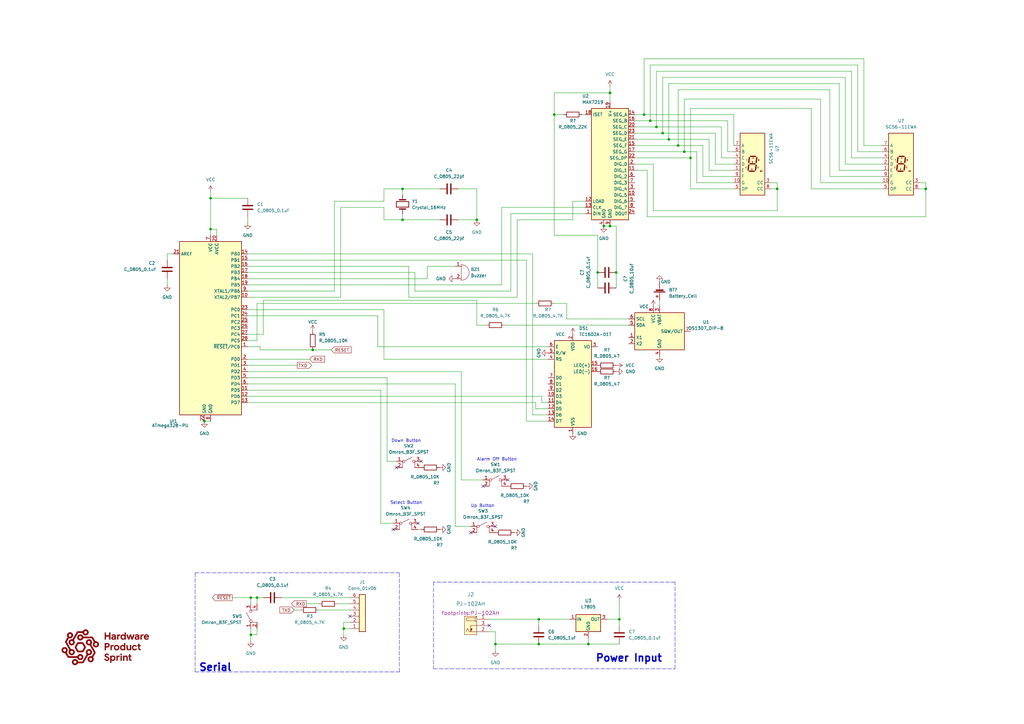
<source format=kicad_sch>
(kicad_sch (version 20211123) (generator eeschema)
  (paper "A3")
  (junction (at 269.24 52.07))
  (junction (at 283.21 64.77))
  (junction (at 318.77 77.47))
  (junction (at 264.16 46.99))
  (junction (at 280.67 62.23))
  (junction (at 83.82 172.72))
  (junction (at 247.65 92.71))
  (junction (at 165.1 90.17))
  (junction (at 227.33 46.99))
  (junction (at 254 254))
  (junction (at 102.87 245.11))
  (junction (at 241.3 264.16))
  (junction (at 278.13 59.69))
  (junction (at 165.1 77.47))
  (junction (at 86.36 81.28))
  (junction (at 105.41 245.11))
  (junction (at 220.98 254))
  (junction (at 245.11 111.76))
  (junction (at 250.19 92.71))
  (junction (at 128.27 143.51))
  (junction (at 140.97 257.81))
  (junction (at 220.98 264.16))
  (junction (at 86.36 93.98))
  (junction (at 252.73 111.76))
  (junction (at 195.58 90.17))
  (junction (at 266.7 49.53))
  (junction (at 250.19 38.1))
  (junction (at 271.78 54.61))
  (junction (at 379.73 77.47))
  (junction (at 274.32 57.15))
  (junction (at 102.87 260.35))
  (junction (at 203.2 264.16))
  (no_connect (at 161.29 217.17))
  (no_connect (at 162.56 191.77))
  (no_connect (at 200.66 256.54))
  (no_connect (at 193.04 218.44))
  (no_connect (at 172.72 189.23))
  (no_connect (at 198.12 199.39))
  (no_connect (at 203.2 215.9))
  (no_connect (at 171.45 214.63))
  (no_connect (at 208.28 196.85))
  (no_connect (at 143.51 252.73))
  (wire (pts (xy 205.74 85.09) (xy 240.03 85.09)))
  (wire (pts (xy 274.32 57.15) (xy 260.35 57.15)))
  (wire (pts (xy 218.44 170.18) (xy 224.79 170.18)))
  (wire (pts (xy 203.2 264.16) (xy 203.2 266.7)))
  (wire (pts (xy 101.6 109.22) (xy 167.64 109.22)))
  (wire (pts (xy 143.51 257.81) (xy 140.97 257.81)))
  (wire (pts (xy 351.79 62.23) (xy 351.79 26.67)))
  (wire (pts (xy 354.33 59.69) (xy 354.33 24.13)))
  (wire (pts (xy 170.18 119.38) (xy 209.55 119.38)))
  (wire (pts (xy 101.6 114.3) (xy 175.26 114.3)))
  (wire (pts (xy 101.6 129.54) (xy 154.94 129.54)))
  (wire (pts (xy 139.7 85.09) (xy 139.7 121.92)))
  (wire (pts (xy 318.77 77.47) (xy 316.23 77.47)))
  (wire (pts (xy 101.6 165.1) (xy 219.71 165.1)))
  (wire (pts (xy 130.81 250.19) (xy 143.51 250.19)))
  (wire (pts (xy 290.83 69.85) (xy 300.99 69.85)))
  (wire (pts (xy 379.73 77.47) (xy 379.73 88.9)))
  (wire (pts (xy 140.97 255.27) (xy 140.97 257.81)))
  (wire (pts (xy 212.09 90.17) (xy 234.95 90.17)))
  (wire (pts (xy 260.35 52.07) (xy 269.24 52.07)))
  (wire (pts (xy 157.48 90.17) (xy 165.1 90.17)))
  (wire (pts (xy 101.6 160.02) (xy 156.21 160.02)))
  (polyline (pts (xy 80.01 234.95) (xy 163.83 234.95)))
  (wire (pts (xy 260.35 67.31) (xy 267.97 67.31)))
  (polyline (pts (xy 276.86 274.32) (xy 276.86 238.76)))
  (wire (pts (xy 215.9 172.72) (xy 224.79 172.72)))
  (wire (pts (xy 157.48 147.32) (xy 224.79 147.32)))
  (wire (pts (xy 254 254) (xy 248.92 254)))
  (wire (pts (xy 186.69 157.48) (xy 186.69 215.9)))
  (wire (pts (xy 200.66 254) (xy 220.98 254)))
  (wire (pts (xy 241.3 261.62) (xy 241.3 264.16)))
  (wire (pts (xy 105.41 257.81) (xy 105.41 260.35)))
  (polyline (pts (xy 177.8 238.76) (xy 177.8 274.32)))
  (wire (pts (xy 170.18 111.76) (xy 170.18 119.38)))
  (wire (pts (xy 250.19 35.56) (xy 250.19 38.1)))
  (wire (pts (xy 101.6 149.86) (xy 121.92 149.86)))
  (wire (pts (xy 336.55 40.64) (xy 280.67 40.64)))
  (wire (pts (xy 115.57 245.11) (xy 143.51 245.11)))
  (wire (pts (xy 189.23 152.4) (xy 189.23 196.85)))
  (wire (pts (xy 278.13 59.69) (xy 260.35 59.69)))
  (wire (pts (xy 165.1 90.17) (xy 180.34 90.17)))
  (wire (pts (xy 101.6 142.24) (xy 106.68 142.24)))
  (wire (pts (xy 156.21 160.02) (xy 156.21 214.63)))
  (wire (pts (xy 101.6 88.9) (xy 101.6 91.44)))
  (wire (pts (xy 105.41 245.11) (xy 107.95 245.11)))
  (wire (pts (xy 175.26 109.22) (xy 186.69 109.22)))
  (wire (pts (xy 265.43 88.9) (xy 379.73 88.9)))
  (wire (pts (xy 86.36 81.28) (xy 101.6 81.28)))
  (wire (pts (xy 361.95 69.85) (xy 344.17 69.85)))
  (wire (pts (xy 101.6 152.4) (xy 189.23 152.4)))
  (wire (pts (xy 340.36 36.83) (xy 278.13 36.83)))
  (wire (pts (xy 203.2 259.08) (xy 203.2 264.16)))
  (wire (pts (xy 105.41 124.46) (xy 219.71 124.46)))
  (wire (pts (xy 346.71 67.31) (xy 346.71 31.75)))
  (wire (pts (xy 102.87 245.11) (xy 105.41 245.11)))
  (wire (pts (xy 101.6 119.38) (xy 137.16 119.38)))
  (wire (pts (xy 195.58 123.19) (xy 195.58 133.35)))
  (wire (pts (xy 232.41 124.46) (xy 232.41 130.81)))
  (wire (pts (xy 101.6 116.84) (xy 205.74 116.84)))
  (wire (pts (xy 245.11 111.76) (xy 245.11 118.11)))
  (wire (pts (xy 361.95 77.47) (xy 332.74 77.47)))
  (wire (pts (xy 209.55 119.38) (xy 209.55 87.63)))
  (wire (pts (xy 318.77 86.36) (xy 267.97 86.36)))
  (wire (pts (xy 139.7 85.09) (xy 157.48 85.09)))
  (wire (pts (xy 205.74 116.84) (xy 205.74 85.09)))
  (wire (pts (xy 241.3 264.16) (xy 220.98 264.16)))
  (wire (pts (xy 207.01 133.35) (xy 257.81 133.35)))
  (wire (pts (xy 288.29 72.39) (xy 300.99 72.39)))
  (wire (pts (xy 105.41 247.65) (xy 105.41 245.11)))
  (wire (pts (xy 354.33 24.13) (xy 264.16 24.13)))
  (wire (pts (xy 157.48 77.47) (xy 165.1 77.47)))
  (wire (pts (xy 250.19 92.71) (xy 247.65 92.71)))
  (wire (pts (xy 106.68 143.51) (xy 128.27 143.51)))
  (wire (pts (xy 270.51 123.19) (xy 270.51 125.73)))
  (wire (pts (xy 283.21 77.47) (xy 283.21 64.77)))
  (wire (pts (xy 227.33 124.46) (xy 232.41 124.46)))
  (wire (pts (xy 300.99 77.47) (xy 283.21 77.47)))
  (wire (pts (xy 232.41 130.81) (xy 257.81 130.81)))
  (wire (pts (xy 165.1 87.63) (xy 165.1 90.17)))
  (wire (pts (xy 361.95 67.31) (xy 346.71 67.31)))
  (wire (pts (xy 212.09 121.92) (xy 212.09 90.17)))
  (wire (pts (xy 252.73 92.71) (xy 250.19 92.71)))
  (wire (pts (xy 220.98 254) (xy 233.68 254)))
  (polyline (pts (xy 163.83 275.59) (xy 163.83 234.95)))
  (wire (pts (xy 209.55 87.63) (xy 240.03 87.63)))
  (wire (pts (xy 158.75 189.23) (xy 162.56 189.23)))
  (wire (pts (xy 102.87 260.35) (xy 102.87 262.89)))
  (wire (pts (xy 107.95 137.16) (xy 107.95 123.19)))
  (wire (pts (xy 300.99 62.23) (xy 298.45 62.23)))
  (wire (pts (xy 106.68 142.24) (xy 106.68 143.51)))
  (wire (pts (xy 86.36 93.98) (xy 86.36 96.52)))
  (wire (pts (xy 157.48 77.47) (xy 157.48 82.55)))
  (wire (pts (xy 157.48 85.09) (xy 157.48 90.17)))
  (wire (pts (xy 68.58 104.14) (xy 68.58 106.68)))
  (wire (pts (xy 300.99 46.99) (xy 264.16 46.99)))
  (wire (pts (xy 105.41 139.7) (xy 105.41 124.46)))
  (wire (pts (xy 137.16 82.55) (xy 157.48 82.55)))
  (wire (pts (xy 295.91 64.77) (xy 295.91 52.07)))
  (wire (pts (xy 361.95 64.77) (xy 349.25 64.77)))
  (wire (pts (xy 107.95 123.19) (xy 195.58 123.19)))
  (wire (pts (xy 218.44 104.14) (xy 218.44 170.18)))
  (wire (pts (xy 300.99 64.77) (xy 295.91 64.77)))
  (wire (pts (xy 267.97 67.31) (xy 267.97 86.36)))
  (wire (pts (xy 120.65 250.19) (xy 123.19 250.19)))
  (wire (pts (xy 83.82 172.72) (xy 86.36 172.72)))
  (wire (pts (xy 165.1 80.01) (xy 165.1 77.47)))
  (wire (pts (xy 332.74 44.45) (xy 283.21 44.45)))
  (wire (pts (xy 346.71 31.75) (xy 271.78 31.75)))
  (wire (pts (xy 316.23 74.93) (xy 318.77 74.93)))
  (wire (pts (xy 269.24 29.21) (xy 269.24 52.07)))
  (wire (pts (xy 336.55 74.93) (xy 336.55 40.64)))
  (wire (pts (xy 377.19 74.93) (xy 379.73 74.93)))
  (wire (pts (xy 288.29 72.39) (xy 288.29 59.69)))
  (wire (pts (xy 264.16 24.13) (xy 264.16 46.99)))
  (wire (pts (xy 274.32 34.29) (xy 274.32 57.15)))
  (wire (pts (xy 288.29 59.69) (xy 278.13 59.69)))
  (wire (pts (xy 195.58 77.47) (xy 195.58 90.17)))
  (wire (pts (xy 332.74 77.47) (xy 332.74 44.45)))
  (wire (pts (xy 154.94 129.54) (xy 154.94 142.24)))
  (wire (pts (xy 101.6 137.16) (xy 107.95 137.16)))
  (wire (pts (xy 252.73 111.76) (xy 252.73 92.71)))
  (wire (pts (xy 254 246.38) (xy 254 254)))
  (wire (pts (xy 195.58 133.35) (xy 199.39 133.35)))
  (wire (pts (xy 245.11 96.52) (xy 227.33 96.52)))
  (wire (pts (xy 157.48 127) (xy 157.48 147.32)))
  (wire (pts (xy 101.6 127) (xy 157.48 127)))
  (wire (pts (xy 101.6 121.92) (xy 139.7 121.92)))
  (wire (pts (xy 167.64 109.22) (xy 167.64 121.92)))
  (wire (pts (xy 156.21 214.63) (xy 161.29 214.63)))
  (wire (pts (xy 318.77 77.47) (xy 318.77 86.36)))
  (wire (pts (xy 128.27 143.51) (xy 135.89 143.51)))
  (wire (pts (xy 158.75 154.94) (xy 158.75 189.23)))
  (wire (pts (xy 186.69 215.9) (xy 193.04 215.9)))
  (wire (pts (xy 238.76 46.99) (xy 240.03 46.99)))
  (wire (pts (xy 171.45 217.17) (xy 172.72 217.17)))
  (wire (pts (xy 219.71 165.1) (xy 219.71 167.64)))
  (wire (pts (xy 265.43 69.85) (xy 265.43 88.9)))
  (wire (pts (xy 283.21 64.77) (xy 260.35 64.77)))
  (wire (pts (xy 241.3 264.16) (xy 254 264.16)))
  (wire (pts (xy 280.67 62.23) (xy 260.35 62.23)))
  (wire (pts (xy 298.45 49.53) (xy 266.7 49.53)))
  (wire (pts (xy 344.17 34.29) (xy 274.32 34.29)))
  (wire (pts (xy 293.37 67.31) (xy 300.99 67.31)))
  (wire (pts (xy 86.36 93.98) (xy 88.9 93.98)))
  (wire (pts (xy 361.95 59.69) (xy 354.33 59.69)))
  (wire (pts (xy 86.36 81.28) (xy 86.36 93.98)))
  (wire (pts (xy 86.36 78.74) (xy 86.36 81.28)))
  (wire (pts (xy 361.95 72.39) (xy 340.36 72.39)))
  (wire (pts (xy 101.6 111.76) (xy 170.18 111.76)))
  (wire (pts (xy 349.25 29.21) (xy 269.24 29.21)))
  (wire (pts (xy 105.41 260.35) (xy 102.87 260.35)))
  (wire (pts (xy 200.66 259.08) (xy 203.2 259.08)))
  (wire (pts (xy 234.95 90.17) (xy 234.95 82.55)))
  (wire (pts (xy 245.11 96.52) (xy 245.11 111.76)))
  (wire (pts (xy 101.6 104.14) (xy 218.44 104.14)))
  (wire (pts (xy 102.87 257.81) (xy 102.87 260.35)))
  (wire (pts (xy 138.43 247.65) (xy 143.51 247.65)))
  (wire (pts (xy 222.25 165.1) (xy 224.79 165.1)))
  (wire (pts (xy 101.6 162.56) (xy 222.25 162.56)))
  (wire (pts (xy 101.6 106.68) (xy 215.9 106.68)))
  (wire (pts (xy 285.75 62.23) (xy 280.67 62.23)))
  (wire (pts (xy 298.45 62.23) (xy 298.45 49.53)))
  (wire (pts (xy 167.64 121.92) (xy 212.09 121.92)))
  (wire (pts (xy 165.1 77.47) (xy 180.34 77.47)))
  (wire (pts (xy 101.6 139.7) (xy 105.41 139.7)))
  (wire (pts (xy 252.73 118.11) (xy 252.73 111.76)))
  (wire (pts (xy 88.9 96.52) (xy 88.9 93.98)))
  (wire (pts (xy 102.87 245.11) (xy 95.25 245.11)))
  (wire (pts (xy 293.37 54.61) (xy 271.78 54.61)))
  (wire (pts (xy 250.19 38.1) (xy 250.19 41.91)))
  (wire (pts (xy 340.36 72.39) (xy 340.36 36.83)))
  (wire (pts (xy 264.16 46.99) (xy 260.35 46.99)))
  (wire (pts (xy 143.51 255.27) (xy 140.97 255.27)))
  (wire (pts (xy 361.95 74.93) (xy 336.55 74.93)))
  (wire (pts (xy 280.67 40.64) (xy 280.67 62.23)))
  (wire (pts (xy 351.79 26.67) (xy 266.7 26.67)))
  (wire (pts (xy 154.94 142.24) (xy 224.79 142.24)))
  (wire (pts (xy 318.77 74.93) (xy 318.77 77.47)))
  (wire (pts (xy 295.91 52.07) (xy 269.24 52.07)))
  (wire (pts (xy 215.9 106.68) (xy 215.9 172.72)))
  (wire (pts (xy 227.33 38.1) (xy 250.19 38.1)))
  (wire (pts (xy 140.97 257.81) (xy 140.97 260.35)))
  (wire (pts (xy 189.23 196.85) (xy 198.12 196.85)))
  (wire (pts (xy 234.95 82.55) (xy 240.03 82.55)))
  (wire (pts (xy 266.7 26.67) (xy 266.7 49.53)))
  (wire (pts (xy 290.83 57.15) (xy 274.32 57.15)))
  (wire (pts (xy 68.58 114.3) (xy 68.58 116.84)))
  (wire (pts (xy 260.35 69.85) (xy 265.43 69.85)))
  (polyline (pts (xy 177.8 274.32) (xy 276.86 274.32)))
  (wire (pts (xy 271.78 54.61) (xy 260.35 54.61)))
  (wire (pts (xy 127 147.32) (xy 101.6 147.32)))
  (polyline (pts (xy 276.86 238.76) (xy 177.8 238.76)))
  (polyline (pts (xy 80.01 275.59) (xy 163.83 275.59)))
  (wire (pts (xy 285.75 74.93) (xy 285.75 62.23)))
  (wire (pts (xy 220.98 254) (xy 220.98 256.54)))
  (wire (pts (xy 125.73 247.65) (xy 130.81 247.65)))
  (polyline (pts (xy 80.01 234.95) (xy 80.01 275.59)))
  (wire (pts (xy 219.71 167.64) (xy 224.79 167.64)))
  (wire (pts (xy 379.73 77.47) (xy 377.19 77.47)))
  (wire (pts (xy 102.87 247.65) (xy 102.87 245.11)))
  (wire (pts (xy 283.21 44.45) (xy 283.21 64.77)))
  (wire (pts (xy 222.25 162.56) (xy 222.25 165.1)))
  (wire (pts (xy 137.16 119.38) (xy 137.16 82.55)))
  (wire (pts (xy 361.95 62.23) (xy 351.79 62.23)))
  (wire (pts (xy 379.73 74.93) (xy 379.73 77.47)))
  (wire (pts (xy 278.13 36.83) (xy 278.13 59.69)))
  (wire (pts (xy 344.17 69.85) (xy 344.17 34.29)))
  (wire (pts (xy 187.96 90.17) (xy 195.58 90.17)))
  (wire (pts (xy 293.37 67.31) (xy 293.37 54.61)))
  (wire (pts (xy 254 256.54) (xy 254 254)))
  (wire (pts (xy 227.33 46.99) (xy 231.14 46.99)))
  (wire (pts (xy 227.33 96.52) (xy 227.33 46.99)))
  (wire (pts (xy 285.75 74.93) (xy 300.99 74.93)))
  (wire (pts (xy 187.96 77.47) (xy 195.58 77.47)))
  (wire (pts (xy 203.2 264.16) (xy 220.98 264.16)))
  (wire (pts (xy 101.6 154.94) (xy 158.75 154.94)))
  (wire (pts (xy 349.25 64.77) (xy 349.25 29.21)))
  (wire (pts (xy 68.58 104.14) (xy 71.12 104.14)))
  (wire (pts (xy 175.26 114.3) (xy 175.26 109.22)))
  (wire (pts (xy 101.6 157.48) (xy 186.69 157.48)))
  (wire (pts (xy 227.33 46.99) (xy 227.33 38.1)))
  (wire (pts (xy 290.83 69.85) (xy 290.83 57.15)))
  (wire (pts (xy 271.78 31.75) (xy 271.78 54.61)))
  (wire (pts (xy 300.99 59.69) (xy 300.99 46.99)))
  (wire (pts (xy 266.7 49.53) (xy 260.35 49.53)))
  (text "Down Button\n" (at 172.72 181.61 180) (effects (font (size 1.27 1.27)) (justify right bottom)))
  (text "Select Button" (at 160.02 207.01 0) (effects (font (size 1.27 1.27)) (justify left bottom)))
  (text "Power Input" (at 271.78 271.78 180) (effects (font (size 3 3) bold) (justify right bottom)))
  (text "Serial" (at 95.25 275.59 180) (effects (font (size 3 3) (thickness 0.6) bold) (justify right bottom)))
  (text "Alarm Off Button" (at 195.58 189.23 0) (effects (font (size 1.27 1.27)) (justify left bottom)))
  (text "Up Button" (at 193.04 208.28 0) (effects (font (size 1.27 1.27)) (justify left bottom)))
  (global_label "RXD" (shape output) (at 125.73 247.65 180) (property "Intersheet References" "${INTERSHEET_REFS}" (effects hide)))
  (global_label "RXD" (shape input) (at 127 147.32 0) (property "Intersheet References" "${INTERSHEET_REFS}" (effects hide)))
  (global_label "RESET" (shape input) (at 135.89 143.51 0) (property "Intersheet References" "${INTERSHEET_REFS}" (effects hide)))
  (global_label "~{RESET}" (shape output) (at 95.25 245.11 180) (property "Intersheet References" "${INTERSHEET_REFS}" (effects hide)))
  (global_label "TXD" (shape input) (at 120.65 250.19 180) (property "Intersheet References" "${INTERSHEET_REFS}" (effects hide)))
  (global_label "TXD" (shape output) (at 121.92 149.86 0) (property "Intersheet References" "${INTERSHEET_REFS}" (effects hide)))
  (symbol (lib_id "HPS:Battery_Cell") (at 270.51 118.11 180) (unit 1)
    (property "Reference" "BT?" (at 274.32 118.8719 0) (effects (justify right)))
    (property "Value" "Battery_Cell" (at 274.32 121.4119 0) (effects (justify right)))
    (property "Footprint" "footprints:BatteryHolder_Keystone_106_1x20mm" (effects hide))
    (property "Datasheet" "https://media.digikey.com/pdf/Data%20Sheets/Memory%20Protection%20PDFs/Coin_Cell_Guide.pdf" (effects hide))
    (property "MFG" "MPD (Memory Protection Devices)" (effects hide))
    (property "MPN" "BS-7" (effects hide))
    (property "Digikey PN" "BS-7-ND" (effects hide))
    (property "Mouser PN" "N/A" (effects hide))
  )
  (symbol (lib_id "HPS:GND") (at 68.58 116.84 0) (unit 1)
    (property "Reference" "#PWR018" (effects hide))
    (property "Value" "GND" (at 68.58 121.92 0))
  )
  (symbol (lib_id "HPS:VCC") (at 250.19 35.56 0) (unit 1)
    (property "Reference" "#PWR?" (effects hide))
    (property "Value" "VCC" (at 250.19 30.48 0))
  )
  (symbol (lib_id "HPS:R_0805_10K") (at 176.53 191.77 90) (unit 1)
    (property "Reference" "R?" (at 180.34 198.12 90) (effects (justify left)))
    (property "Value" "R_0805_10K" (at 180.34 195.58 90) (effects (justify left)))
    (property "Footprint" "footprints:R_0805_2012Metric" (effects hide))
    (property "Datasheet" "https://www.digikey.com/en/products/detail/yageo/RC0805FR-0710KL/727535" (effects hide))
    (property "MFG" "Yageo" (effects hide))
    (property "MPN" "RC0805FR-0710KL" (effects hide))
    (property "Digikey PN" "311-10.0KCRCT-ND" (effects hide))
    (property "Mouser PN" "N/A" (effects hide))
    (property "Power" "N/A" (effects hide))
    (property "Tolerance" "N/A" (effects hide))
  )
  (symbol (lib_id "HPS:DS1307_DIP-8") (at 270.51 135.89 0) (unit 1)
    (property "Reference" "U1" (at 289.56 132.08 0))
    (property "Value" "DS1307_DIP-8" (at 289.56 134.62 0))
    (property "Footprint" "footprints:DIP-8_W7.62mm" (effects hide))
    (property "Datasheet" "https://datasheets.maximintegrated.com/en/ds/DS1307.pdf" (effects hide))
    (property "MFG" "Assmann WSW Components" (effects hide))
    (property "MPN" "A 08-LC-TT" (effects hide))
    (property "Digikey PN" "AE9986-ND" (effects hide))
    (property "Mouser PN" "N/A" (effects hide))
  )
  (symbol (lib_id "HPS:R_0805_4.7K") (at 134.62 247.65 90) (unit 1)
    (property "Reference" "R4" (at 134.62 241.3 90))
    (property "Value" "R_0805_4.7K" (at 134.62 243.84 90))
    (property "Footprint" "footprints:R_0805_2012Metric" (effects hide))
    (property "Datasheet" "https://www.digikey.com/en/products/detail/yageo/RC0805FR-074K7L/727929" (effects hide))
    (property "MFG" "Yageo" (effects hide))
    (property "MPN" "RC0805FR-074K7L" (effects hide))
    (property "Digikey PN" "311-4.70KCRCT-ND" (effects hide))
    (property "Mouser PN" "N/A" (effects hide))
    (property "Power" "N/A" (effects hide))
    (property "Tolerance" "N/A" (effects hide))
  )
  (symbol (lib_id "HPS_3:Omron_B3F_SPST") (at 198.12 215.9 0) (unit 1)
    (property "Reference" "SW3" (at 198.12 209.55 0))
    (property "Value" "Omron_B3F_SPST" (at 198.12 212.09 0))
    (property "Footprint" "footprints:SW_SPST_Omron_B3FS-100xP" (effects hide))
    (property "Datasheet" "https://omronfs.omron.com/en_US/ecb/products/pdf/en-b3fs.pdf" (effects hide))
    (property "MFG" "Omron Electronics Inc-EMC Div" (effects hide))
    (property "MPN" "B3FS-1000P" (effects hide))
    (property "Digikey PN" "SW423CT-ND" (effects hide))
    (property "Mouser PN" "N/A" (effects hide))
  )
  (symbol (lib_id "HPS:GND") (at 270.51 115.57 180) (unit 1)
    (property "Reference" "#PWR025" (effects hide))
    (property "Value" "GND" (at 273.05 115.57 0))
  )
  (symbol (lib_id "HPS:GND") (at 186.69 114.3 270) (unit 1)
    (property "Reference" "#PWR04" (effects hide))
    (property "Value" "GND" (at 182.88 114.2999 90) (effects (justify right)))
  )
  (symbol (lib_id "HPS_3:Omron_B3F_SPST") (at 203.2 196.85 0) (unit 1)
    (property "Reference" "SW1" (at 203.2 190.5 0))
    (property "Value" "Omron_B3F_SPST" (at 203.2 193.04 0))
    (property "Footprint" "footprints:SW_SPST_Omron_B3FS-100xP" (effects hide))
    (property "Datasheet" "https://omronfs.omron.com/en_US/ecb/products/pdf/en-b3fs.pdf" (effects hide))
    (property "MFG" "Omron Electronics Inc-EMC Div" (effects hide))
    (property "MPN" "B3FS-1000P" (effects hide))
    (property "Digikey PN" "SW423CT-ND" (effects hide))
    (property "Mouser PN" "N/A" (effects hide))
  )
  (symbol (lib_id "HPS:GND") (at 224.79 144.78 270) (unit 1)
    (property "Reference" "#PWR09" (effects hide))
    (property "Value" "GND" (at 220.98 144.78 0))
  )
  (symbol (lib_id "HPS:GND") (at 247.65 92.71 0) (unit 1)
    (property "Reference" "#PWR?" (effects hide))
    (property "Value" "GND" (at 247.65 97.79 0))
  )
  (symbol (lib_id "HPS:R_0805_22K") (at 234.95 46.99 270) (unit 1)
    (property "Reference" "R?" (at 234.95 49.53 90))
    (property "Value" "R_0805_22K" (at 234.95 52.07 90))
    (property "Footprint" "footprints:R_0805_2012Metric" (effects hide))
    (property "Datasheet" "https://www.digikey.com/en/products/detail/yageo/RC0805FR-0722KL/727736" (effects hide))
    (property "MFG" "Yageo" (effects hide))
    (property "MPN" "RC0805FR-0722KL" (effects hide))
    (property "Digikey PN" "311-22.0KCRCT-ND" (effects hide))
    (property "Mouser PN" "N/A" (effects hide))
    (property "Power" "N/A" (effects hide))
    (property "Tolerance" "N/A" (effects hide))
  )
  (symbol (lib_id "HPS:R_0805_4.7K") (at 127 250.19 270) (mirror x) (unit 1)
    (property "Reference" "R3" (at 127 252.73 90))
    (property "Value" "R_0805_4.7K" (at 127 255.27 90))
    (property "Footprint" "footprints:R_0805_2012Metric" (effects hide))
    (property "Datasheet" "https://www.digikey.com/en/products/detail/yageo/RC0805FR-074K7L/727929" (effects hide))
    (property "MFG" "Yageo" (effects hide))
    (property "MPN" "RC0805FR-074K7L" (effects hide))
    (property "Digikey PN" "311-4.70KCRCT-ND" (effects hide))
    (property "Mouser PN" "N/A" (effects hide))
    (property "Power" "N/A" (effects hide))
    (property "Tolerance" "N/A" (effects hide))
  )
  (symbol (lib_id "HPS:R_0805_10K") (at 212.09 199.39 90) (unit 1)
    (property "Reference" "R?" (at 217.17 205.74 90) (effects (justify left)))
    (property "Value" "R_0805_10K" (at 217.17 203.2 90) (effects (justify left)))
    (property "Footprint" "footprints:R_0805_2012Metric" (effects hide))
    (property "Datasheet" "https://www.digikey.com/en/products/detail/yageo/RC0805FR-0710KL/727535" (effects hide))
    (property "MFG" "Yageo" (effects hide))
    (property "MPN" "RC0805FR-0710KL" (effects hide))
    (property "Digikey PN" "311-10.0KCRCT-ND" (effects hide))
    (property "Mouser PN" "N/A" (effects hide))
    (property "Power" "N/A" (effects hide))
    (property "Tolerance" "N/A" (effects hide))
  )
  (symbol (lib_id "HPS:GND") (at 252.73 152.4 90) (unit 1)
    (property "Reference" "#PWR015" (effects hide))
    (property "Value" "GND" (at 256.54 152.3999 90) (effects (justify right)))
  )
  (symbol (lib_id "HPS:C_0805_0.1uf") (at 111.76 245.11 90) (unit 1)
    (property "Reference" "C3" (at 111.76 237.49 90))
    (property "Value" "C_0805_0.1uf" (at 111.76 240.03 90))
    (property "Footprint" "footprints:C_0805_2012Metric" (effects hide))
    (property "Datasheet" "https://datasheets.avx.com/X7RDielectric.pdf" (effects hide))
    (property "MFG" "AVX Corporation" (effects hide))
    (property "MPN" "08055C104KAT2A" (effects hide))
    (property "Digikey PN" "478-1395-1-ND" (effects hide))
    (property "Mouser PN" "N/A" (effects hide))
    (property "Voltage" "N/A" (effects hide))
    (property "Dielectric" "N/A" (effects hide))
    (property "Tolerance" "N/A" (effects hide))
  )
  (symbol (lib_id "HPS_3:Omron_B3F_SPST") (at 166.37 214.63 0) (unit 1)
    (property "Reference" "SW4" (at 166.37 208.28 0))
    (property "Value" "Omron_B3F_SPST" (at 166.37 210.82 0))
    (property "Footprint" "footprints:SW_SPST_Omron_B3FS-100xP" (effects hide))
    (property "Datasheet" "https://omronfs.omron.com/en_US/ecb/products/pdf/en-b3fs.pdf" (effects hide))
    (property "MFG" "Omron Electronics Inc-EMC Div" (effects hide))
    (property "MPN" "B3FS-1000P" (effects hide))
    (property "Digikey PN" "SW423CT-ND" (effects hide))
    (property "Mouser PN" "N/A" (effects hide))
  )
  (symbol (lib_id "HPS:VCC") (at 234.95 137.16 0) (unit 1)
    (property "Reference" "#PWR010" (effects hide))
    (property "Value" "VCC" (at 229.87 137.16 0))
  )
  (symbol (lib_id "HPS:C_0805_0.1uf") (at 101.6 85.09 0) (unit 1)
    (property "Reference" "C1" (at 105.41 83.8199 0) (effects (justify left)))
    (property "Value" "C_0805_0.1uf" (at 105.41 86.3599 0) (effects (justify left)))
    (property "Footprint" "footprints:C_0805_2012Metric" (effects hide))
    (property "Datasheet" "https://datasheets.avx.com/X7RDielectric.pdf" (effects hide))
    (property "MFG" "AVX Corporation" (effects hide))
    (property "MPN" "08055C104KAT2A" (effects hide))
    (property "Digikey PN" "478-1395-1-ND" (effects hide))
    (property "Mouser PN" "N/A" (effects hide))
    (property "Voltage" "N/A" (effects hide))
    (property "Dielectric" "N/A" (effects hide))
    (property "Tolerance" "N/A" (effects hide))
  )
  (symbol (lib_id "HPS:C_0805_0.1uf") (at 254 260.35 0) (unit 1)
    (property "Reference" "C7" (at 257.81 259.0799 0) (effects (justify left)))
    (property "Value" "C_0805_0.1uf" (at 257.81 261.6199 0) (effects (justify left)))
    (property "Footprint" "footprints:C_0805_2012Metric" (effects hide))
    (property "Datasheet" "https://datasheets.avx.com/X7RDielectric.pdf" (effects hide))
    (property "MFG" "AVX Corporation" (effects hide))
    (property "MPN" "08055C104KAT2A" (effects hide))
    (property "Digikey PN" "478-1395-1-ND" (effects hide))
    (property "Mouser PN" "N/A" (effects hide))
    (property "Voltage" "N/A" (effects hide))
    (property "Dielectric" "N/A" (effects hide))
    (property "Tolerance" "N/A" (effects hide))
  )
  (symbol (lib_id "HPS:VCC") (at 86.36 78.74 0) (unit 1)
    (property "Reference" "#PWR02" (effects hide))
    (property "Value" "VCC" (at 86.36 73.66 0))
  )
  (symbol (lib_id "HPS:GND") (at 180.34 191.77 90) (unit 1)
    (property "Reference" "#PWR06" (effects hide))
    (property "Value" "GND" (at 184.15 191.77 0))
  )
  (symbol (lib_id "HPS:VCC") (at 128.27 135.89 0) (unit 1)
    (property "Reference" "#PWR021" (effects hide))
    (property "Value" "VCC" (at 128.27 132.08 0))
  )
  (symbol (lib_id "HPS:PJ-102AH") (at 195.58 256.54 0) (unit 1)
    (property "Reference" "J2" (at 193.04 243.84 0) (effects (font (size 1.524 1.524))))
    (property "Value" "PJ-102AH" (at 193.04 247.65 0) (effects (font (size 1.524 1.524))))
    (property "Footprint" "footprints:PJ-102AH" (at 193.04 251.46 0) (effects (font (size 1.524 1.524))))
    (property "Datasheet" "https://www.cuidevices.com/product/resource/pj-102ah.pdf" (effects hide))
    (property "MFG" "CUI Devices" (effects hide))
    (property "MPN" "PJ-102AH" (effects hide))
    (property "Digikey PN" "CP-102AH-ND" (effects hide))
    (property "Mouser PN" "490-PJ-102AH" (effects hide))
  )
  (symbol (lib_id "HPS:GND") (at 270.51 146.05 0) (unit 1)
    (property "Reference" "#PWR017" (effects hide))
    (property "Value" "GND" (at 270.51 151.13 0))
  )
  (symbol (lib_id "HPS:MAX7219") (at 250.19 67.31 0) (unit 1)
    (property "Reference" "U2" (at 238.76 39.37 0) (effects (justify left)))
    (property "Value" "MAX7219" (at 238.76 41.91 0) (effects (justify left)))
    (property "Footprint" "footprints:DIP-24_W7.62mm" (effects hide))
    (property "Datasheet" "https://datasheets.maximintegrated.com/en/ds/MAX7219-MAX7221.pdf" (effects hide))
    (property "MFG" "On Shore Technology Inc." (effects hide))
    (property "MPN" "ED241DT" (effects hide))
    (property "Digikey PN" "ED3049-5-ND" (effects hide))
    (property "Mouser PN" "N/A" (effects hide))
  )
  (symbol (lib_id "HPS:R_0805_4.7K") (at 223.52 124.46 90) (unit 1)
    (property "Reference" "R7" (at 224.79 127 90))
    (property "Value" "R_0805_4.7K" (at 224.79 129.54 90))
    (property "Footprint" "footprints:R_0805_2012Metric" (effects hide))
    (property "Datasheet" "https://www.digikey.com/en/products/detail/yageo/RC0805FR-074K7L/727929" (effects hide))
    (property "MFG" "Yageo" (effects hide))
    (property "MPN" "RC0805FR-074K7L" (effects hide))
    (property "Digikey PN" "311-4.70KCRCT-ND" (effects hide))
    (property "Mouser PN" "N/A" (effects hide))
    (property "Power" "N/A" (effects hide))
    (property "Tolerance" "N/A" (effects hide))
  )
  (symbol (lib_id "HPS:VCC") (at 267.97 125.73 0) (unit 1)
    (property "Reference" "#PWR016" (effects hide))
    (property "Value" "VCC" (at 264.16 125.73 0))
  )
  (symbol (lib_id "HPS:C_0805_22pf") (at 184.15 90.17 90) (unit 1)
    (property "Reference" "C5" (at 184.15 95.25 90))
    (property "Value" "C_0805_22pf" (at 184.15 97.79 90))
    (property "Footprint" "footprints:C_0805_2012Metric" (effects hide))
    (property "Datasheet" "https://www.yageo.com/upload/media/product/productsearch/datasheet/mlcc/UPY-GP_NP0_16V-to-50V_18.pdf" (effects hide))
    (property "MFG" "Yageo" (effects hide))
    (property "MPN" "CC0805JRNPO9BN220" (effects hide))
    (property "Digikey PN" "311-1103-1-ND" (effects hide))
    (property "Mouser PN" "N/A" (effects hide))
    (property "Voltage" "N/A" (effects hide))
    (property "Dielectric" "N/A" (effects hide))
    (property "Tolerance" "N/A" (effects hide))
  )
  (symbol (lib_id "HPS:Crystal_16MHz") (at 165.1 83.82 90) (unit 1)
    (property "Reference" "Y1" (at 168.91 82.5499 90) (effects (justify right)))
    (property "Value" "Crystal_16MHz" (at 168.91 85.0899 90) (effects (justify right)))
    (property "Footprint" "footprints:Crystal_SMD_HC49-SD" (effects hide))
    (property "Datasheet" "https://ecsxtal.com/store/pdf/csm-7x-dn.pdf" (effects hide))
    (property "MFG" "ECS Inc." (effects hide))
    (property "MPN" "ECS-160-20-5PXDN-TR" (effects hide))
    (property "Digikey PN" "XC1299CT-ND" (effects hide))
    (property "Mouser PN" "N/A" (effects hide))
  )
  (symbol (lib_id "HPS:GND") (at 83.82 172.72 0) (unit 1)
    (property "Reference" "#PWR01" (effects hide))
    (property "Value" "GND" (at 83.82 177.8 0))
  )
  (symbol (lib_id "HPS:GND") (at 102.87 262.89 0) (unit 1)
    (property "Reference" "#PWR019" (effects hide))
    (property "Value" "GND" (at 102.87 267.97 0))
  )
  (symbol (lib_id "HPS:R_0805_4.7K") (at 203.2 133.35 90) (unit 1)
    (property "Reference" "R6" (at 203.2 127 90))
    (property "Value" "R_0805_4.7K" (at 203.2 129.54 90))
    (property "Footprint" "footprints:R_0805_2012Metric" (effects hide))
    (property "Datasheet" "https://www.digikey.com/en/products/detail/yageo/RC0805FR-074K7L/727929" (effects hide))
    (property "MFG" "Yageo" (effects hide))
    (property "MPN" "RC0805FR-074K7L" (effects hide))
    (property "Digikey PN" "311-4.70KCRCT-ND" (effects hide))
    (property "Mouser PN" "N/A" (effects hide))
    (property "Power" "N/A" (effects hide))
    (property "Tolerance" "N/A" (effects hide))
  )
  (symbol (lib_id "HPS:R_0805_47") (at 248.92 152.4 90) (unit 1)
    (property "Reference" "R?" (at 248.92 154.94 90))
    (property "Value" "R_0805_47" (at 248.92 157.48 90))
    (property "Footprint" "footprints:R_0805_2012Metric" (effects hide))
    (property "Datasheet" "https://www.digikey.com/en/products/detail/yageo/RC0805FR-0747RL/727972" (effects hide))
    (property "MFG" "Yageo" (effects hide))
    (property "Digikey PN" "RC0805FR-0747RL " (effects hide))
    (property "Mouser PN" "N/A" (effects hide))
    (property "Power" "N/A" (effects hide))
    (property "Tolerance" "N/A" (effects hide))
    (property "MPN" "RC0805FR-0747RL " (effects hide))
  )
  (symbol (lib_id "HPS:C_0805_10uf") (at 248.92 118.11 90) (unit 1)
    (property "Reference" "C?" (at 256.54 114.3 0))
    (property "Value" "C_0805_10uf" (at 259.08 114.3 0))
    (property "Footprint" "footprints:C_0805_2012Metric" (effects hide))
    (property "Datasheet" "https://search.murata.co.jp/Ceramy/image/img/A01X/G101/ENG/GRM21BR61E106KA73-01.pdf" (effects hide))
    (property "MFG" "Murata Electronics" (effects hide))
    (property "MPN" "GRM21BR61E106KA73L" (effects hide))
    (property "Digikey PN" "490-5523-1-ND" (effects hide))
    (property "Mouser PN" "N/A" (effects hide))
    (property "Voltage" "N/A" (effects hide))
    (property "Dielectric" "N/A" (effects hide))
    (property "Tolerance" "N/A" (effects hide))
  )
  (symbol (lib_id "HPS_3:HPS_Logo") (at 43.18 265.43 0) (unit 1)
    (property "Reference" "#G1" (effects hide))
    (property "Value" "HPS_Logo" (effects hide))
  )
  (symbol (lib_id "HPS:VCC") (at 254 246.38 0) (unit 1)
    (property "Reference" "#PWR024" (effects hide))
    (property "Value" "VCC" (at 254 241.3 0))
  )
  (symbol (lib_id "HPS:C_0805_0.1uf") (at 248.92 111.76 90) (unit 1)
    (property "Reference" "C?" (at 238.76 111.76 0))
    (property "Value" "C_0805_0.1uf" (at 241.3 111.76 0))
    (property "Footprint" "footprints:C_0805_2012Metric" (effects hide))
    (property "Datasheet" "https://datasheets.avx.com/X7RDielectric.pdf" (effects hide))
    (property "MFG" "AVX Corporation" (effects hide))
    (property "MPN" "08055C104KAT2A" (effects hide))
    (property "Digikey PN" "478-1395-1-ND" (effects hide))
    (property "Mouser PN" "N/A" (effects hide))
    (property "Voltage" "N/A" (effects hide))
    (property "Dielectric" "N/A" (effects hide))
    (property "Tolerance" "N/A" (effects hide))
  )
  (symbol (lib_id "HPS:GND") (at 101.6 91.44 0) (unit 1)
    (property "Reference" "#PWR03" (effects hide))
    (property "Value" "GND" (at 101.6 96.52 0))
  )
  (symbol (lib_id "HPS:GND") (at 215.9 199.39 90) (unit 1)
    (property "Reference" "#PWR08" (effects hide))
    (property "Value" "GND" (at 219.71 199.39 0))
  )
  (symbol (lib_id "HPS:GND") (at 210.82 218.44 90) (unit 1)
    (property "Reference" "#PWR07" (effects hide))
    (property "Value" "GND" (at 214.63 218.44 0))
  )
  (symbol (lib_id "HPS:TC1602A-01T") (at 234.95 157.48 0) (unit 1)
    (property "Reference" "DS1" (at 237.49 134.62 0) (effects (justify left)))
    (property "Value" "TC1602A-01T" (at 237.49 137.16 0) (effects (justify left)))
    (property "Footprint" "footprints:TC1602A-01T" (effects hide))
    (property "Datasheet" "https://cdn-shop.adafruit.com/datasheets/TC1602A-01T.pdf" (effects hide))
    (property "MFG" "Adafruit" (effects hide))
    (property "MPN" "1447" (effects hide))
    (property "Digikey PN" "1528-2212-ND" (effects hide))
    (property "Mouser PN" "N/A" (effects hide))
  )
  (symbol (lib_id "HPS_3:Omron_B3F_SPST") (at 167.64 189.23 0) (unit 1)
    (property "Reference" "SW2" (at 167.64 182.88 0))
    (property "Value" "Omron_B3F_SPST" (at 167.64 185.42 0))
    (property "Footprint" "footprints:SW_SPST_Omron_B3FS-100xP" (effects hide))
    (property "Datasheet" "https://omronfs.omron.com/en_US/ecb/products/pdf/en-b3fs.pdf" (effects hide))
    (property "MFG" "Omron Electronics Inc-EMC Div" (effects hide))
    (property "MPN" "B3FS-1000P" (effects hide))
    (property "Digikey PN" "SW423CT-ND" (effects hide))
    (property "Mouser PN" "N/A" (effects hide))
  )
  (symbol (lib_id "HPS:ATmega328-PU") (at 86.36 134.62 0) (unit 1)
    (property "Reference" "UI1" (at 71.12 172.72 0))
    (property "Value" "ATmega328-PU" (at 69.85 174.5107 0))
    (property "Footprint" "footprints:DIP-28_W7.62mm" (effects hide))
    (property "Datasheet" "http://www.microchip.com/mymicrochip/filehandler.aspx?ddocname=en608326" (effects hide))
    (property "MFG" "On Shore Technology Inc." (effects hide))
    (property "MPN" "ED281DT" (effects hide))
    (property "Digikey PN" "ED3050-5-ND" (effects hide))
    (property "Mouser PN" "N/A" (effects hide))
  )
  (symbol (lib_id "HPS:GND") (at 203.2 266.7 0) (unit 1)
    (property "Reference" "#PWR022" (effects hide))
    (property "Value" "GND" (at 203.2 271.78 0))
  )
  (symbol (lib_id "HPS:R_0805_10K") (at 176.53 217.17 90) (unit 1)
    (property "Reference" "R?" (at 181.61 223.52 90) (effects (justify left)))
    (property "Value" "R_0805_10K" (at 181.61 220.98 90) (effects (justify left)))
    (property "Footprint" "footprints:R_0805_2012Metric" (effects hide))
    (property "Datasheet" "https://www.digikey.com/en/products/detail/yageo/RC0805FR-0710KL/727535" (effects hide))
    (property "MFG" "Yageo" (effects hide))
    (property "MPN" "RC0805FR-0710KL" (effects hide))
    (property "Digikey PN" "311-10.0KCRCT-ND" (effects hide))
    (property "Mouser PN" "N/A" (effects hide))
    (property "Power" "N/A" (effects hide))
    (property "Tolerance" "N/A" (effects hide))
  )
  (symbol (lib_id "HPS:GND") (at 140.97 260.35 0) (unit 1)
    (property "Reference" "#PWR020" (effects hide))
    (property "Value" "GND" (at 140.97 265.43 0))
  )
  (symbol (lib_id "HPS:C_0805_1uf") (at 220.98 260.35 0) (unit 1)
    (property "Reference" "C6" (at 224.79 259.0799 0) (effects (justify left)))
    (property "Value" "C_0805_1uf" (at 224.79 261.6199 0) (effects (justify left)))
    (property "Footprint" "footprints:C_0805_2012Metric" (effects hide))
    (property "Datasheet" "https://www.yageo.com/upload/media/product/productsearch/datasheet/mlcc/UPY-GPHC_X7R_6.3V-to-50V_18.pdf" (effects hide))
    (property "MFG" "Yageo" (effects hide))
    (property "MPN" "CC0805KKX7R8BB105" (effects hide))
    (property "Digikey PN" "311-1456-1-ND" (effects hide))
    (property "Mouser PN" "N/A" (effects hide))
    (property "Voltage" "N/A" (effects hide))
    (property "Dielectric" "N/A" (effects hide))
    (property "Tolerance" "N/A" (effects hide))
  )
  (symbol (lib_id "HPS:Omron_B3F_SPST") (at 102.87 252.73 90) (unit 1)
    (property "Reference" "SW5" (at 95.25 252.73 90) (effects (justify right)))
    (property "Value" "Omron_B3F_SPST" (at 82.55 255.27 90) (effects (justify right)))
    (property "Footprint" "footprints:SW_SPST_Omron_B3FS-100xP" (effects hide))
    (property "Datasheet" "https://omronfs.omron.com/en_US/ecb/products/pdf/en-b3fs.pdf" (effects hide))
    (property "MFG" "Omron Electronics Inc-EMC Div" (effects hide))
    (property "MPN" "B3FS-1000P" (effects hide))
    (property "Digikey PN" "SW423CT-ND" (effects hide))
    (property "Mouser PN" "N/A" (effects hide))
  )
  (symbol (lib_id "HPS:GND") (at 234.95 177.8 0) (unit 1)
    (property "Reference" "#PWR011" (effects hide))
    (property "Value" "GND" (at 238.76 177.8 0))
  )
  (symbol (lib_id "HPS:VCC") (at 252.73 149.86 270) (unit 1)
    (property "Reference" "#PWR014" (effects hide))
    (property "Value" "VCC" (at 256.54 149.8599 90) (effects (justify left)))
  )
  (symbol (lib_id "HPS:C_0805_22pf") (at 184.15 77.47 270) (unit 1)
    (property "Reference" "C4" (at 184.15 69.85 90))
    (property "Value" "C_0805_22pf" (at 184.15 72.39 90))
    (property "Footprint" "footprints:C_0805_2012Metric" (effects hide))
    (property "Datasheet" "https://www.yageo.com/upload/media/product/productsearch/datasheet/mlcc/UPY-GP_NP0_16V-to-50V_18.pdf" (effects hide))
    (property "MFG" "Yageo" (effects hide))
    (property "MPN" "CC0805JRNPO9BN220" (effects hide))
    (property "Digikey PN" "311-1103-1-ND" (effects hide))
    (property "Mouser PN" "N/A" (effects hide))
    (property "Voltage" "N/A" (effects hide))
    (property "Dielectric" "N/A" (effects hide))
    (property "Tolerance" "N/A" (effects hide))
  )
  (symbol (lib_id "HPS:GND") (at 180.34 217.17 90) (unit 1)
    (property "Reference" "#PWR05" (effects hide))
    (property "Value" "GND" (at 184.15 217.17 0))
  )
  (symbol (lib_id "HPS:R_0805_10K") (at 128.27 139.7 180) (unit 1)
    (property "Reference" "R5" (at 130.81 137.16 0) (effects (justify right)))
    (property "Value" "R_0805_10K" (at 130.81 139.7 0) (effects (justify right)))
    (property "Footprint" "footprints:R_0805_2012Metric" (effects hide))
    (property "Datasheet" "https://www.digikey.com/en/products/detail/yageo/RC0805FR-0710KL/727535" (effects hide))
    (property "MFG" "Yageo" (effects hide))
    (property "MPN" "RC0805FR-0710KL" (effects hide))
    (property "Digikey PN" "311-10.0KCRCT-ND" (effects hide))
    (property "Mouser PN" "N/A" (effects hide))
    (property "Power" "N/A" (effects hide))
    (property "Tolerance" "N/A" (effects hide))
  )
  (symbol (lib_id "HPS:Conn_01x06") (at 148.59 252.73 0) (mirror x) (unit 1)
    (property "Reference" "J1" (at 148.59 238.76 0))
    (property "Value" "Conn_01x06" (at 148.59 241.3 0))
    (property "Footprint" "footprints:PinHeader_1x06_P2.54mm_Vertical" (effects hide))
    (property "Datasheet" "https://www.we-online.de/katalog/datasheet/6130xx11121.pdf" (effects hide))
    (property "MFG" "Würth Elektronik" (effects hide))
    (property "MPN" "61300611121" (effects hide))
    (property "Digikey PN" "732-5319-ND" (effects hide))
    (property "Mouser PN" "N/A" (effects hide))
  )
  (symbol (lib_id "HPS:SC56-11EWA") (at 308.61 67.31 0) (unit 1)
    (property "Reference" "U?" (at 318.77 60.96 90))
    (property "Value" "SC56-11EWA" (at 316.23 60.96 90))
    (property "Footprint" "Display_7Segment:Sx56-1xxxxx" (effects hide))
    (property "Datasheet" "http://www.kingbrightusa.com/images/catalog/SPEC/sc56-11ewa.pdf" (effects hide))
    (property "Digikey PN" "754-1465-5-ND" (effects hide))
  )
  (symbol (lib_id "HPS:R_0805_47") (at 248.92 149.86 90) (unit 1)
    (property "Reference" "R?" (at 248.92 143.51 90))
    (property "Value" "R_0805_47" (at 248.92 146.05 90))
    (property "Footprint" "footprints:R_0805_2012Metric" (effects hide))
    (property "Datasheet" "https://www.digikey.com/en/products/detail/yageo/RC0805FR-0747RL/727972" (effects hide))
    (property "MFG" "Yageo" (effects hide))
    (property "Digikey PN" "RC0805FR-0747RL " (effects hide))
    (property "Mouser PN" "N/A" (effects hide))
    (property "Power" "N/A" (effects hide))
    (property "Tolerance" "N/A" (effects hide))
    (property "MPN" "RC0805FR-0747RL " (effects hide))
  )
  (symbol (lib_id "HPS:C_0805_0.1uf") (at 68.58 110.49 0) (unit 1)
    (property "Reference" "C2" (at 60.96 107.95 0) (effects (justify left)))
    (property "Value" "C_0805_0.1uf" (at 50.8 110.49 0) (effects (justify left)))
    (property "Footprint" "footprints:C_0805_2012Metric" (effects hide))
    (property "Datasheet" "https://datasheets.avx.com/X7RDielectric.pdf" (effects hide))
    (property "MFG" "AVX Corporation" (effects hide))
    (property "MPN" "08055C104KAT2A" (effects hide))
    (property "Digikey PN" "478-1395-1-ND" (effects hide))
    (property "Mouser PN" "N/A" (effects hide))
    (property "Voltage" "N/A" (effects hide))
    (property "Dielectric" "N/A" (effects hide))
    (property "Tolerance" "N/A" (effects hide))
  )
  (symbol (lib_id "HPS_2:L7805") (at 241.3 254 0) (unit 1)
    (property "Reference" "U3" (at 241.3 246.38 0))
    (property "Value" "L7805" (at 241.3 248.92 0))
    (property "Datasheet" "http://www.st.com/content/ccc/resource/technical/document/datasheet/41/4f/b3/b0/12/d4/47/88/CD00000444.pdf/files/CD00000444.pdf/jcr:content/translations/en.CD00000444.pdf" (effects hide))
  )
  (symbol (lib_id "HPS:Buzzer") (at 189.23 111.76 0) (unit 1)
    (property "Reference" "BZ1" (at 193.04 110.4899 0) (effects (justify left)))
    (property "Value" "Buzzer" (at 193.04 113.0299 0) (effects (justify left)))
    (property "Footprint" "footprints:Buzzer_TDK_PS1240P02BT_D12.2mm_H6.5mm" (effects hide))
    (property "Datasheet" "https://product.tdk.com/info/en/catalog/datasheets/piezoelectronic_buzzer_ps_en.pdf?ref_disty=digikey" (effects hide))
    (property "MFG" "TDK" (effects hide))
    (property "MPN" "PS1420P02CT" (effects hide))
    (property "Digikey PN" "445-2526-1-ND" (effects hide))
    (property "Mouser PN" "N/A" (effects hide))
  )
  (symbol (lib_id "HPS:GND") (at 195.58 90.17 0) (unit 1)
    (property "Reference" "#PWR023" (effects hide))
    (property "Value" "GND" (at 195.58 95.25 0))
  )
  (symbol (lib_id "HPS:R_0805_10K") (at 207.01 218.44 90) (unit 1)
    (property "Reference" "R?" (at 212.09 224.79 90) (effects (justify left)))
    (property "Value" "R_0805_10K" (at 212.09 222.25 90) (effects (justify left)))
    (property "Footprint" "footprints:R_0805_2012Metric" (effects hide))
    (property "Datasheet" "https://www.digikey.com/en/products/detail/yageo/RC0805FR-0710KL/727535" (effects hide))
    (property "MFG" "Yageo" (effects hide))
    (property "MPN" "RC0805FR-0710KL" (effects hide))
    (property "Digikey PN" "311-10.0KCRCT-ND" (effects hide))
    (property "Mouser PN" "N/A" (effects hide))
    (property "Power" "N/A" (effects hide))
    (property "Tolerance" "N/A" (effects hide))
  )
  (symbol (lib_id "HPS:SC56-11EWA") (at 369.57 67.31 0) (unit 1)
    (property "Reference" "U?" (at 369.57 49.53 0))
    (property "Value" "SC56-11EWA" (at 369.57 52.07 0))
    (property "Footprint" "Display_7Segment:Sx56-1xxxxx" (effects hide))
    (property "Datasheet" "http://www.kingbrightusa.com/images/catalog/SPEC/sc56-11ewa.pdf" (effects hide))
    (property "Digikey PN" "754-1465-5-ND" (effects hide))
  )
)
</source>
